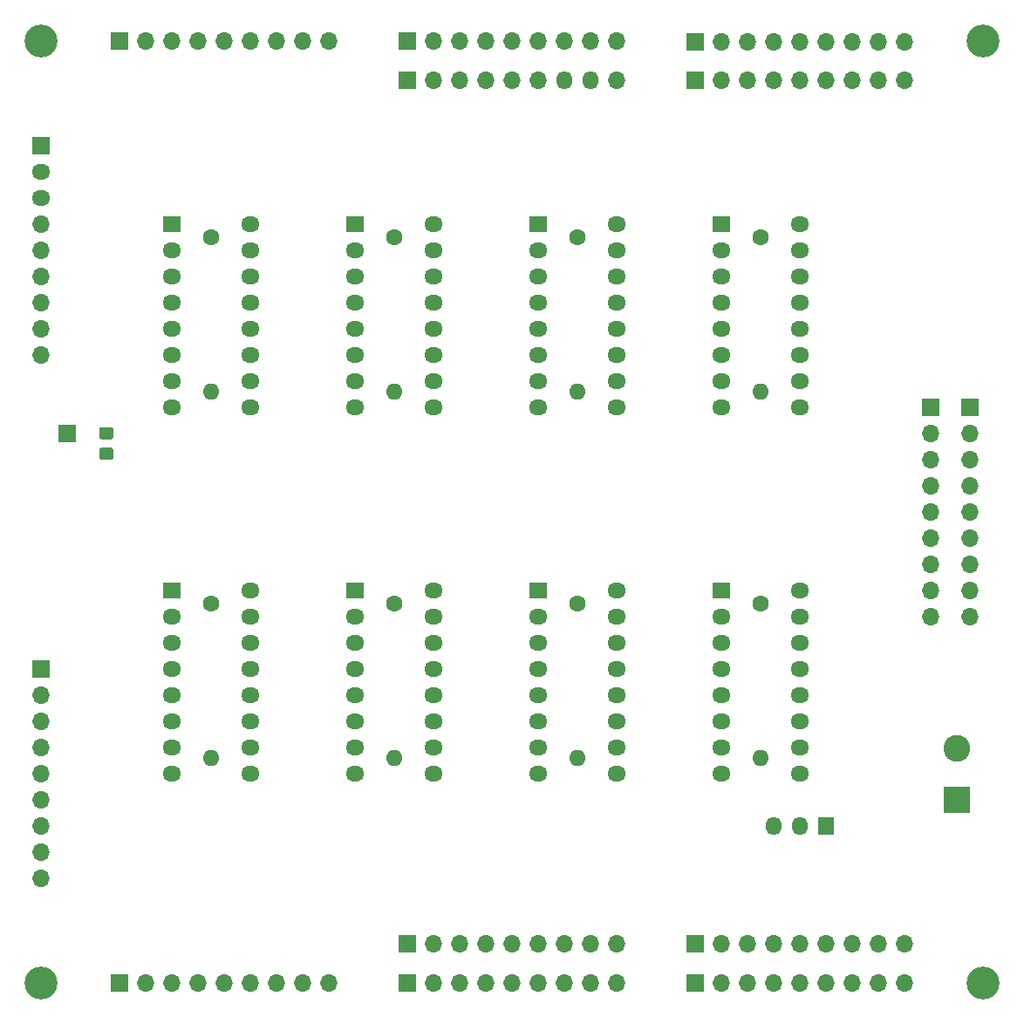
<source format=gbr>
%TF.GenerationSoftware,KiCad,Pcbnew,(5.1.8)-1*%
%TF.CreationDate,2022-12-02T00:21:30+03:00*%
%TF.ProjectId,MUX8x1-v4,4d555838-7831-42d7-9634-2e6b69636164,rev?*%
%TF.SameCoordinates,Original*%
%TF.FileFunction,Soldermask,Bot*%
%TF.FilePolarity,Negative*%
%FSLAX46Y46*%
G04 Gerber Fmt 4.6, Leading zero omitted, Abs format (unit mm)*
G04 Created by KiCad (PCBNEW (5.1.8)-1) date 2022-12-02 00:21:30*
%MOMM*%
%LPD*%
G01*
G04 APERTURE LIST*
%ADD10O,1.700000X1.700000*%
%ADD11R,1.700000X1.700000*%
%ADD12O,1.800000X1.500000*%
%ADD13O,1.500000X1.800000*%
%ADD14O,1.600000X1.600000*%
%ADD15C,1.600000*%
%ADD16R,1.800000X1.500000*%
%ADD17R,1.500000X1.800000*%
%ADD18C,2.600000*%
%ADD19R,2.600000X2.600000*%
%ADD20C,3.200000*%
G04 APERTURE END LIST*
D10*
%TO.C,J21*%
X118110000Y-91440000D03*
X118110000Y-88900000D03*
X118110000Y-86360000D03*
X118110000Y-83820000D03*
X118110000Y-81280000D03*
X118110000Y-78740000D03*
X118110000Y-76200000D03*
X118110000Y-73660000D03*
D11*
X118110000Y-71120000D03*
%TD*%
D10*
%TO.C,J19*%
X114300000Y-91440000D03*
X114300000Y-88900000D03*
X114300000Y-86360000D03*
X114300000Y-83820000D03*
X114300000Y-81280000D03*
X114300000Y-78740000D03*
X114300000Y-76200000D03*
X114300000Y-73660000D03*
D11*
X114300000Y-71120000D03*
%TD*%
D10*
%TO.C,J18*%
X111760000Y-123190000D03*
X109220000Y-123190000D03*
X106680000Y-123190000D03*
X104140000Y-123190000D03*
X101600000Y-123190000D03*
X99060000Y-123190000D03*
X96520000Y-123190000D03*
X93980000Y-123190000D03*
D11*
X91440000Y-123190000D03*
%TD*%
D10*
%TO.C,J16*%
X111760000Y-127000000D03*
X109220000Y-127000000D03*
X106680000Y-127000000D03*
X104140000Y-127000000D03*
X101600000Y-127000000D03*
X99060000Y-127000000D03*
X96520000Y-127000000D03*
X93980000Y-127000000D03*
D11*
X91440000Y-127000000D03*
%TD*%
D10*
%TO.C,J15*%
X27940000Y-66040000D03*
X27940000Y-63500000D03*
X27940000Y-60960000D03*
X27940000Y-58420000D03*
X27940000Y-55880000D03*
X27940000Y-53340000D03*
D12*
X27940000Y-50800000D03*
X27940000Y-48260000D03*
D11*
X27940000Y-45720000D03*
%TD*%
D10*
%TO.C,J14*%
X83820000Y-127000000D03*
X81280000Y-127000000D03*
X78740000Y-127000000D03*
X76200000Y-127000000D03*
X73660000Y-127000000D03*
X71120000Y-127000000D03*
X68580000Y-127000000D03*
X66040000Y-127000000D03*
D11*
X63500000Y-127000000D03*
%TD*%
D10*
%TO.C,J12*%
X83820000Y-123190000D03*
X81280000Y-123190000D03*
X78740000Y-123190000D03*
X76200000Y-123190000D03*
X73660000Y-123190000D03*
X71120000Y-123190000D03*
X68580000Y-123190000D03*
X66040000Y-123190000D03*
D11*
X63500000Y-123190000D03*
%TD*%
D10*
%TO.C,J11*%
X55880000Y-35560000D03*
X53340000Y-35560000D03*
X50800000Y-35560000D03*
X48260000Y-35560000D03*
X45720000Y-35560000D03*
X43180000Y-35560000D03*
X40640000Y-35560000D03*
X38100000Y-35560000D03*
D11*
X35560000Y-35560000D03*
%TD*%
D10*
%TO.C,J8*%
X111760000Y-35600000D03*
X109220000Y-35600000D03*
X106680000Y-35600000D03*
X104140000Y-35600000D03*
X101600000Y-35600000D03*
X99060000Y-35600000D03*
X96520000Y-35600000D03*
X93980000Y-35600000D03*
D11*
X91440000Y-35600000D03*
%TD*%
D10*
%TO.C,J6*%
X111760000Y-39370000D03*
X109220000Y-39370000D03*
X106680000Y-39370000D03*
X104140000Y-39370000D03*
X101600000Y-39370000D03*
X99060000Y-39370000D03*
X96520000Y-39370000D03*
X93980000Y-39370000D03*
D11*
X91440000Y-39370000D03*
%TD*%
D10*
%TO.C,J5*%
X55880000Y-127000000D03*
X53340000Y-127000000D03*
X50800000Y-127000000D03*
X48260000Y-127000000D03*
X45720000Y-127000000D03*
X43180000Y-127000000D03*
X40640000Y-127000000D03*
X38100000Y-127000000D03*
D11*
X35560000Y-127000000D03*
%TD*%
D10*
%TO.C,J4*%
X83820000Y-35560000D03*
X81280000Y-35560000D03*
X78740000Y-35560000D03*
X76200000Y-35560000D03*
X73660000Y-35560000D03*
X71120000Y-35560000D03*
X68580000Y-35560000D03*
X66040000Y-35560000D03*
D11*
X63500000Y-35560000D03*
%TD*%
D10*
%TO.C,J2*%
X83820000Y-39370000D03*
D13*
X81280000Y-39370000D03*
X78740000Y-39370000D03*
D10*
X76200000Y-39370000D03*
X73660000Y-39370000D03*
X71120000Y-39370000D03*
X68580000Y-39370000D03*
X66040000Y-39370000D03*
D11*
X63500000Y-39370000D03*
%TD*%
D10*
%TO.C,J1*%
X27940000Y-116840000D03*
X27940000Y-114300000D03*
X27940000Y-111760000D03*
X27940000Y-109220000D03*
X27940000Y-106680000D03*
X27940000Y-104140000D03*
X27940000Y-101600000D03*
X27940000Y-99060000D03*
D11*
X27940000Y-96520000D03*
%TD*%
D14*
%TO.C,C8*%
X97790000Y-105170000D03*
D15*
X97790000Y-90170000D03*
%TD*%
D14*
%TO.C,C7*%
X97790000Y-69610000D03*
D15*
X97790000Y-54610000D03*
%TD*%
D14*
%TO.C,C6*%
X80010000Y-105170000D03*
D15*
X80010000Y-90170000D03*
%TD*%
D14*
%TO.C,C5*%
X80010000Y-69610000D03*
D15*
X80010000Y-54610000D03*
%TD*%
D14*
%TO.C,C4*%
X62230000Y-105170000D03*
D15*
X62230000Y-90170000D03*
%TD*%
D14*
%TO.C,C3*%
X62230000Y-69610000D03*
D15*
X62230000Y-54610000D03*
%TD*%
D14*
%TO.C,C2*%
X44450000Y-105170000D03*
D15*
X44450000Y-90170000D03*
%TD*%
D14*
%TO.C,C1*%
X44450000Y-69610000D03*
D15*
X44450000Y-54610000D03*
%TD*%
D12*
%TO.C,U8*%
X101600000Y-88900000D03*
X93980000Y-106680000D03*
X101600000Y-91440000D03*
X93980000Y-104140000D03*
X101600000Y-93980000D03*
X93980000Y-101600000D03*
X101600000Y-96520000D03*
X93980000Y-99060000D03*
X101600000Y-99060000D03*
X93980000Y-96520000D03*
X101600000Y-101600000D03*
X93980000Y-93980000D03*
X101600000Y-104140000D03*
X93980000Y-91440000D03*
X101600000Y-106680000D03*
D16*
X93980000Y-88900000D03*
%TD*%
D12*
%TO.C,U7*%
X101600000Y-53340000D03*
X93980000Y-71120000D03*
X101600000Y-55880000D03*
X93980000Y-68580000D03*
X101600000Y-58420000D03*
X93980000Y-66040000D03*
X101600000Y-60960000D03*
X93980000Y-63500000D03*
X101600000Y-63500000D03*
X93980000Y-60960000D03*
X101600000Y-66040000D03*
X93980000Y-58420000D03*
X101600000Y-68580000D03*
X93980000Y-55880000D03*
X101600000Y-71120000D03*
D16*
X93980000Y-53340000D03*
%TD*%
D12*
%TO.C,U6*%
X83820000Y-88900000D03*
X76200000Y-106680000D03*
X83820000Y-91440000D03*
X76200000Y-104140000D03*
X83820000Y-93980000D03*
X76200000Y-101600000D03*
X83820000Y-96520000D03*
X76200000Y-99060000D03*
X83820000Y-99060000D03*
X76200000Y-96520000D03*
X83820000Y-101600000D03*
X76200000Y-93980000D03*
X83820000Y-104140000D03*
X76200000Y-91440000D03*
X83820000Y-106680000D03*
D16*
X76200000Y-88900000D03*
%TD*%
D12*
%TO.C,U5*%
X83820000Y-53340000D03*
X76200000Y-71120000D03*
X83820000Y-55880000D03*
X76200000Y-68580000D03*
X83820000Y-58420000D03*
X76200000Y-66040000D03*
X83820000Y-60960000D03*
X76200000Y-63500000D03*
X83820000Y-63500000D03*
X76200000Y-60960000D03*
X83820000Y-66040000D03*
X76200000Y-58420000D03*
X83820000Y-68580000D03*
X76200000Y-55880000D03*
X83820000Y-71120000D03*
D16*
X76200000Y-53340000D03*
%TD*%
D12*
%TO.C,U4*%
X66040000Y-88900000D03*
X58420000Y-106680000D03*
X66040000Y-91440000D03*
X58420000Y-104140000D03*
X66040000Y-93980000D03*
X58420000Y-101600000D03*
X66040000Y-96520000D03*
X58420000Y-99060000D03*
X66040000Y-99060000D03*
X58420000Y-96520000D03*
X66040000Y-101600000D03*
X58420000Y-93980000D03*
X66040000Y-104140000D03*
X58420000Y-91440000D03*
X66040000Y-106680000D03*
D16*
X58420000Y-88900000D03*
%TD*%
D12*
%TO.C,U3*%
X66040000Y-53340000D03*
X58420000Y-71120000D03*
X66040000Y-55880000D03*
X58420000Y-68580000D03*
X66040000Y-58420000D03*
X58420000Y-66040000D03*
X66040000Y-60960000D03*
X58420000Y-63500000D03*
X66040000Y-63500000D03*
X58420000Y-60960000D03*
X66040000Y-66040000D03*
X58420000Y-58420000D03*
X66040000Y-68580000D03*
X58420000Y-55880000D03*
X66040000Y-71120000D03*
D16*
X58420000Y-53340000D03*
%TD*%
D12*
%TO.C,U2*%
X48260000Y-88900000D03*
X40640000Y-106680000D03*
X48260000Y-91440000D03*
X40640000Y-104140000D03*
X48260000Y-93980000D03*
X40640000Y-101600000D03*
X48260000Y-96520000D03*
X40640000Y-99060000D03*
X48260000Y-99060000D03*
X40640000Y-96520000D03*
X48260000Y-101600000D03*
X40640000Y-93980000D03*
X48260000Y-104140000D03*
X40640000Y-91440000D03*
X48260000Y-106680000D03*
D16*
X40640000Y-88900000D03*
%TD*%
D12*
%TO.C,U1*%
X48260000Y-53340000D03*
X40640000Y-71120000D03*
X48260000Y-55880000D03*
X40640000Y-68580000D03*
X48260000Y-58420000D03*
X40640000Y-66040000D03*
X48260000Y-60960000D03*
X40640000Y-63500000D03*
X48260000Y-63500000D03*
X40640000Y-60960000D03*
X48260000Y-66040000D03*
X40640000Y-58420000D03*
X48260000Y-68580000D03*
X40640000Y-55880000D03*
X48260000Y-71120000D03*
D16*
X40640000Y-53340000D03*
%TD*%
%TO.C,R1*%
G36*
G01*
X33839999Y-75012500D02*
X34740001Y-75012500D01*
G75*
G02*
X34990000Y-75262499I0J-249999D01*
G01*
X34990000Y-75962501D01*
G75*
G02*
X34740001Y-76212500I-249999J0D01*
G01*
X33839999Y-76212500D01*
G75*
G02*
X33590000Y-75962501I0J249999D01*
G01*
X33590000Y-75262499D01*
G75*
G02*
X33839999Y-75012500I249999J0D01*
G01*
G37*
G36*
G01*
X33839999Y-73012500D02*
X34740001Y-73012500D01*
G75*
G02*
X34990000Y-73262499I0J-249999D01*
G01*
X34990000Y-73962501D01*
G75*
G02*
X34740001Y-74212500I-249999J0D01*
G01*
X33839999Y-74212500D01*
G75*
G02*
X33590000Y-73962501I0J249999D01*
G01*
X33590000Y-73262499D01*
G75*
G02*
X33839999Y-73012500I249999J0D01*
G01*
G37*
%TD*%
D11*
%TO.C,J20*%
X30480000Y-73660000D03*
%TD*%
D13*
%TO.C,J10*%
X99060000Y-111760000D03*
X101600000Y-111760000D03*
D17*
X104140000Y-111760000D03*
%TD*%
D18*
%TO.C,J9*%
X116840000Y-104220000D03*
D19*
X116840000Y-109220000D03*
%TD*%
D20*
%TO.C,H4*%
X119380000Y-127000000D03*
%TD*%
%TO.C,H3*%
X119380000Y-35560000D03*
%TD*%
%TO.C,H2*%
X27940000Y-127000000D03*
%TD*%
%TO.C,H1*%
X27940000Y-35560000D03*
%TD*%
M02*

</source>
